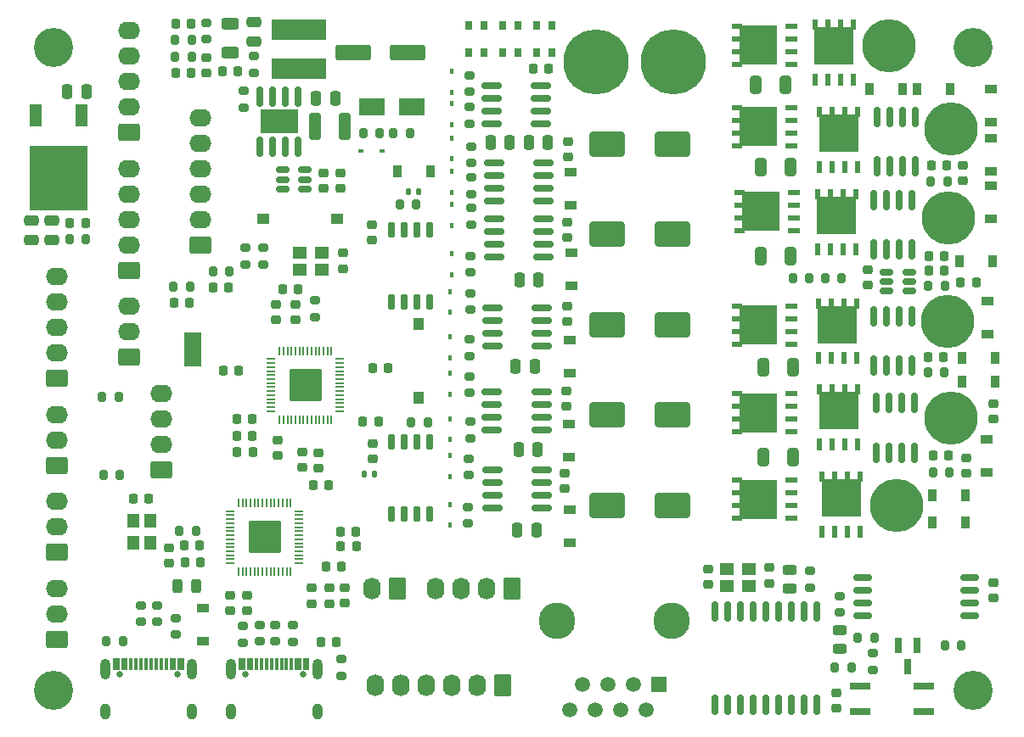
<source format=gts>
G04 #@! TF.GenerationSoftware,KiCad,Pcbnew,6.0.2+dfsg-1*
G04 #@! TF.CreationDate,2022-11-23T20:39:40-08:00*
G04 #@! TF.ProjectId,RP2040_motor,52503230-3430-45f6-9d6f-746f722e6b69,REV1*
G04 #@! TF.SameCoordinates,Original*
G04 #@! TF.FileFunction,Soldermask,Top*
G04 #@! TF.FilePolarity,Negative*
%FSLAX46Y46*%
G04 Gerber Fmt 4.6, Leading zero omitted, Abs format (unit mm)*
G04 Created by KiCad (PCBNEW 6.0.2+dfsg-1) date 2022-11-23 20:39:40*
%MOMM*%
%LPD*%
G01*
G04 APERTURE LIST*
G04 Aperture macros list*
%AMRoundRect*
0 Rectangle with rounded corners*
0 $1 Rounding radius*
0 $2 $3 $4 $5 $6 $7 $8 $9 X,Y pos of 4 corners*
0 Add a 4 corners polygon primitive as box body*
4,1,4,$2,$3,$4,$5,$6,$7,$8,$9,$2,$3,0*
0 Add four circle primitives for the rounded corners*
1,1,$1+$1,$2,$3*
1,1,$1+$1,$4,$5*
1,1,$1+$1,$6,$7*
1,1,$1+$1,$8,$9*
0 Add four rect primitives between the rounded corners*
20,1,$1+$1,$2,$3,$4,$5,0*
20,1,$1+$1,$4,$5,$6,$7,0*
20,1,$1+$1,$6,$7,$8,$9,0*
20,1,$1+$1,$8,$9,$2,$3,0*%
G04 Aperture macros list end*
%ADD10RoundRect,0.225000X0.225000X0.250000X-0.225000X0.250000X-0.225000X-0.250000X0.225000X-0.250000X0*%
%ADD11RoundRect,0.225000X-0.250000X0.225000X-0.250000X-0.225000X0.250000X-0.225000X0.250000X0.225000X0*%
%ADD12RoundRect,0.225000X-0.225000X-0.250000X0.225000X-0.250000X0.225000X0.250000X-0.225000X0.250000X0*%
%ADD13RoundRect,0.135000X0.135000X0.185000X-0.135000X0.185000X-0.135000X-0.185000X0.135000X-0.185000X0*%
%ADD14RoundRect,0.150000X0.150000X-0.650000X0.150000X0.650000X-0.150000X0.650000X-0.150000X-0.650000X0*%
%ADD15RoundRect,0.200000X0.200000X0.275000X-0.200000X0.275000X-0.200000X-0.275000X0.200000X-0.275000X0*%
%ADD16RoundRect,0.225000X0.250000X-0.225000X0.250000X0.225000X-0.250000X0.225000X-0.250000X-0.225000X0*%
%ADD17RoundRect,0.200000X0.275000X-0.200000X0.275000X0.200000X-0.275000X0.200000X-0.275000X-0.200000X0*%
%ADD18RoundRect,0.050000X0.387500X0.050000X-0.387500X0.050000X-0.387500X-0.050000X0.387500X-0.050000X0*%
%ADD19RoundRect,0.050000X0.050000X0.387500X-0.050000X0.387500X-0.050000X-0.387500X0.050000X-0.387500X0*%
%ADD20RoundRect,0.144000X1.456000X1.456000X-1.456000X1.456000X-1.456000X-1.456000X1.456000X-1.456000X0*%
%ADD21RoundRect,0.243750X0.243750X0.456250X-0.243750X0.456250X-0.243750X-0.456250X0.243750X-0.456250X0*%
%ADD22RoundRect,0.250000X-0.250000X-0.475000X0.250000X-0.475000X0.250000X0.475000X-0.250000X0.475000X0*%
%ADD23RoundRect,0.200000X-0.200000X-0.275000X0.200000X-0.275000X0.200000X0.275000X-0.200000X0.275000X0*%
%ADD24RoundRect,0.150000X-0.150000X0.825000X-0.150000X-0.825000X0.150000X-0.825000X0.150000X0.825000X0*%
%ADD25R,3.810000X2.410000*%
%ADD26R,1.200000X0.900000*%
%ADD27RoundRect,0.250000X1.500000X1.000000X-1.500000X1.000000X-1.500000X-1.000000X1.500000X-1.000000X0*%
%ADD28RoundRect,0.200000X-0.275000X0.200000X-0.275000X-0.200000X0.275000X-0.200000X0.275000X0.200000X0*%
%ADD29RoundRect,0.250000X-1.500000X-0.550000X1.500000X-0.550000X1.500000X0.550000X-1.500000X0.550000X0*%
%ADD30R,1.200000X1.000000*%
%ADD31RoundRect,0.250000X-0.325000X-0.650000X0.325000X-0.650000X0.325000X0.650000X-0.325000X0.650000X0*%
%ADD32R,0.610000X1.270000*%
%ADD33R,0.610000X1.020000*%
%ADD34R,3.910000X3.810000*%
%ADD35RoundRect,0.050000X-0.050000X0.387500X-0.050000X-0.387500X0.050000X-0.387500X0.050000X0.387500X0*%
%ADD36RoundRect,0.050000X-0.387500X0.050000X-0.387500X-0.050000X0.387500X-0.050000X0.387500X0.050000X0*%
%ADD37RoundRect,0.144000X-1.456000X1.456000X-1.456000X-1.456000X1.456000X-1.456000X1.456000X1.456000X0*%
%ADD38C,3.900000*%
%ADD39R,0.900000X1.200000*%
%ADD40RoundRect,0.250000X-0.475000X0.250000X-0.475000X-0.250000X0.475000X-0.250000X0.475000X0.250000X0*%
%ADD41RoundRect,0.250000X0.845000X-0.620000X0.845000X0.620000X-0.845000X0.620000X-0.845000X-0.620000X0*%
%ADD42O,2.190000X1.740000*%
%ADD43R,2.500000X1.800000*%
%ADD44RoundRect,0.243750X-0.456250X0.243750X-0.456250X-0.243750X0.456250X-0.243750X0.456250X0.243750X0*%
%ADD45C,5.300000*%
%ADD46RoundRect,0.150000X0.825000X0.150000X-0.825000X0.150000X-0.825000X-0.150000X0.825000X-0.150000X0*%
%ADD47C,6.500000*%
%ADD48RoundRect,0.250000X0.325000X1.100000X-0.325000X1.100000X-0.325000X-1.100000X0.325000X-1.100000X0*%
%ADD49R,0.450000X0.600000*%
%ADD50R,5.500000X2.150000*%
%ADD51RoundRect,0.250000X0.620000X0.845000X-0.620000X0.845000X-0.620000X-0.845000X0.620000X-0.845000X0*%
%ADD52O,1.740000X2.190000*%
%ADD53R,1.270000X0.610000*%
%ADD54R,1.020000X0.610000*%
%ADD55R,3.810000X3.910000*%
%ADD56C,3.650000*%
%ADD57R,1.500000X1.500000*%
%ADD58C,1.500000*%
%ADD59R,0.750000X0.900000*%
%ADD60RoundRect,0.250000X0.250000X0.475000X-0.250000X0.475000X-0.250000X-0.475000X0.250000X-0.475000X0*%
%ADD61RoundRect,0.150000X-0.750000X-0.150000X0.750000X-0.150000X0.750000X0.150000X-0.750000X0.150000X0*%
%ADD62R,1.200000X1.400000*%
%ADD63R,2.000000X0.640000*%
%ADD64RoundRect,0.150000X-0.512500X-0.150000X0.512500X-0.150000X0.512500X0.150000X-0.512500X0.150000X0*%
%ADD65R,1.400000X1.200000*%
%ADD66C,0.650000*%
%ADD67R,0.300000X1.150000*%
%ADD68O,1.000000X1.600000*%
%ADD69O,1.000000X2.100000*%
%ADD70R,1.780000X3.430000*%
%ADD71RoundRect,0.150000X-0.150000X0.875000X-0.150000X-0.875000X0.150000X-0.875000X0.150000X0.875000X0*%
%ADD72RoundRect,0.070000X-0.300000X0.650000X-0.300000X-0.650000X0.300000X-0.650000X0.300000X0.650000X0*%
%ADD73R,1.000000X1.200000*%
%ADD74R,0.600000X0.450000*%
%ADD75RoundRect,0.218750X-0.218750X-0.256250X0.218750X-0.256250X0.218750X0.256250X-0.218750X0.256250X0*%
%ADD76RoundRect,0.150000X0.512500X0.150000X-0.512500X0.150000X-0.512500X-0.150000X0.512500X-0.150000X0*%
%ADD77RoundRect,0.250000X0.625000X-0.312500X0.625000X0.312500X-0.625000X0.312500X-0.625000X-0.312500X0*%
%ADD78RoundRect,0.150000X-0.150000X0.650000X-0.150000X-0.650000X0.150000X-0.650000X0.150000X0.650000X0*%
%ADD79R,1.200000X2.200000*%
%ADD80R,5.800000X6.400000*%
G04 APERTURE END LIST*
D10*
X86140000Y-111890000D03*
X84590000Y-111890000D03*
D11*
X88590000Y-110760000D03*
X88590000Y-112310000D03*
D12*
X98100000Y-103550000D03*
X99650000Y-103550000D03*
D11*
X98030000Y-89230000D03*
X98030000Y-90780000D03*
D13*
X102645000Y-85910000D03*
X101625000Y-85910000D03*
D14*
X99970000Y-96940000D03*
X101240000Y-96940000D03*
X102510000Y-96940000D03*
X103780000Y-96940000D03*
X103780000Y-89740000D03*
X102510000Y-89740000D03*
X101240000Y-89740000D03*
X99970000Y-89740000D03*
D10*
X90680000Y-95650000D03*
X89130000Y-95650000D03*
D15*
X102440000Y-87190000D03*
X100790000Y-87190000D03*
D11*
X91040000Y-111910000D03*
X91040000Y-113460000D03*
D10*
X84730000Y-103800000D03*
X83180000Y-103800000D03*
D16*
X90359000Y-98740000D03*
X90359000Y-97190000D03*
D17*
X76612000Y-128872000D03*
X76612000Y-127222000D03*
D16*
X88440000Y-98740000D03*
X88440000Y-97190000D03*
D12*
X97100000Y-108900000D03*
X98650000Y-108900000D03*
D10*
X86080000Y-110300000D03*
X84530000Y-110300000D03*
D18*
X94827500Y-107850000D03*
X94827500Y-107450000D03*
X94827500Y-107050000D03*
X94827500Y-106650000D03*
X94827500Y-106250000D03*
X94827500Y-105850000D03*
X94827500Y-105450000D03*
X94827500Y-105050000D03*
X94827500Y-104650000D03*
X94827500Y-104250000D03*
X94827500Y-103850000D03*
X94827500Y-103450000D03*
X94827500Y-103050000D03*
X94827500Y-102650000D03*
D19*
X93990000Y-101812500D03*
X93590000Y-101812500D03*
X93190000Y-101812500D03*
X92790000Y-101812500D03*
X92390000Y-101812500D03*
X91990000Y-101812500D03*
X91590000Y-101812500D03*
X91190000Y-101812500D03*
X90790000Y-101812500D03*
X90390000Y-101812500D03*
X89990000Y-101812500D03*
X89590000Y-101812500D03*
X89190000Y-101812500D03*
X88790000Y-101812500D03*
D18*
X87952500Y-102650000D03*
X87952500Y-103050000D03*
X87952500Y-103450000D03*
X87952500Y-103850000D03*
X87952500Y-104250000D03*
X87952500Y-104650000D03*
X87952500Y-105050000D03*
X87952500Y-105450000D03*
X87952500Y-105850000D03*
X87952500Y-106250000D03*
X87952500Y-106650000D03*
X87952500Y-107050000D03*
X87952500Y-107450000D03*
X87952500Y-107850000D03*
D19*
X88790000Y-108687500D03*
X89190000Y-108687500D03*
X89590000Y-108687500D03*
X89990000Y-108687500D03*
X90390000Y-108687500D03*
X90790000Y-108687500D03*
X91190000Y-108687500D03*
X91590000Y-108687500D03*
X91990000Y-108687500D03*
X92390000Y-108687500D03*
X92790000Y-108687500D03*
X93190000Y-108687500D03*
X93590000Y-108687500D03*
X93990000Y-108687500D03*
D20*
X91390000Y-105250000D03*
D16*
X95150000Y-93600000D03*
X95150000Y-92050000D03*
D17*
X75012000Y-128872000D03*
X75012000Y-127222000D03*
D11*
X92640000Y-112010000D03*
X92640000Y-113560000D03*
D10*
X86080000Y-108650000D03*
X84530000Y-108650000D03*
D17*
X92340000Y-98460000D03*
X92340000Y-96810000D03*
D21*
X80509500Y-125331000D03*
X78634500Y-125331000D03*
D12*
X114065900Y-73680000D03*
X115615900Y-73680000D03*
D22*
X112340900Y-103380000D03*
X114240900Y-103380000D03*
D23*
X146475000Y-130470000D03*
X148125000Y-130470000D03*
D15*
X156775000Y-131200000D03*
X155125000Y-131200000D03*
D11*
X95336000Y-125489000D03*
X95336000Y-127039000D03*
D24*
X90655000Y-76475000D03*
X89385000Y-76475000D03*
X88115000Y-76475000D03*
X86845000Y-76475000D03*
X86845000Y-81425000D03*
X88115000Y-81425000D03*
X89385000Y-81425000D03*
X90655000Y-81425000D03*
D25*
X88750000Y-78950000D03*
D26*
X117750000Y-104050000D03*
X117750000Y-100750000D03*
D27*
X127960000Y-117250000D03*
X121460000Y-117250000D03*
D28*
X107700000Y-112600000D03*
X107700000Y-114250000D03*
D29*
X96165000Y-72020000D03*
X101565000Y-72020000D03*
D23*
X153945000Y-114000000D03*
X155595000Y-114000000D03*
D15*
X144875000Y-94600000D03*
X143225000Y-94600000D03*
D30*
X87150000Y-88650000D03*
X94550000Y-88650000D03*
D10*
X155075000Y-93850000D03*
X153525000Y-93850000D03*
D26*
X81164000Y-127480000D03*
X81164000Y-130780000D03*
D31*
X136275000Y-75250000D03*
X139225000Y-75250000D03*
D32*
X144165000Y-119870000D03*
X142895000Y-119870000D03*
X145435000Y-119870000D03*
X146705000Y-119870000D03*
D33*
X145435000Y-114405000D03*
X144165000Y-114405000D03*
D34*
X144800000Y-116510000D03*
D33*
X142895000Y-114405000D03*
X146705000Y-114405000D03*
D24*
X152185000Y-78445000D03*
X150915000Y-78445000D03*
X149645000Y-78445000D03*
X148375000Y-78445000D03*
X148375000Y-83395000D03*
X149645000Y-83395000D03*
X150915000Y-83395000D03*
X152185000Y-83395000D03*
D10*
X79799000Y-97058000D03*
X78249000Y-97058000D03*
D35*
X89906000Y-116996500D03*
X89506000Y-116996500D03*
X89106000Y-116996500D03*
X88706000Y-116996500D03*
X88306000Y-116996500D03*
X87906000Y-116996500D03*
X87506000Y-116996500D03*
X87106000Y-116996500D03*
X86706000Y-116996500D03*
X86306000Y-116996500D03*
X85906000Y-116996500D03*
X85506000Y-116996500D03*
X85106000Y-116996500D03*
X84706000Y-116996500D03*
D36*
X83868500Y-117834000D03*
X83868500Y-118234000D03*
X83868500Y-118634000D03*
X83868500Y-119034000D03*
X83868500Y-119434000D03*
X83868500Y-119834000D03*
X83868500Y-120234000D03*
X83868500Y-120634000D03*
X83868500Y-121034000D03*
X83868500Y-121434000D03*
X83868500Y-121834000D03*
X83868500Y-122234000D03*
X83868500Y-122634000D03*
X83868500Y-123034000D03*
D35*
X84706000Y-123871500D03*
X85106000Y-123871500D03*
X85506000Y-123871500D03*
X85906000Y-123871500D03*
X86306000Y-123871500D03*
X86706000Y-123871500D03*
X87106000Y-123871500D03*
X87506000Y-123871500D03*
X87906000Y-123871500D03*
X88306000Y-123871500D03*
X88706000Y-123871500D03*
X89106000Y-123871500D03*
X89506000Y-123871500D03*
X89906000Y-123871500D03*
D36*
X90743500Y-123034000D03*
X90743500Y-122634000D03*
X90743500Y-122234000D03*
X90743500Y-121834000D03*
X90743500Y-121434000D03*
X90743500Y-121034000D03*
X90743500Y-120634000D03*
X90743500Y-120234000D03*
X90743500Y-119834000D03*
X90743500Y-119434000D03*
X90743500Y-119034000D03*
X90743500Y-118634000D03*
X90743500Y-118234000D03*
X90743500Y-117834000D03*
D37*
X87306000Y-120434000D03*
D15*
X80025000Y-70800000D03*
X78375000Y-70800000D03*
D38*
X66300000Y-71550000D03*
D11*
X117570000Y-80925900D03*
X117570000Y-82475900D03*
D39*
X150900000Y-75700000D03*
X147600000Y-75700000D03*
D40*
X64086000Y-88850000D03*
X64086000Y-90750000D03*
D15*
X80025000Y-72490000D03*
X78375000Y-72490000D03*
D23*
X71549000Y-130794000D03*
X73199000Y-130794000D03*
D32*
X143465000Y-74749500D03*
X142195000Y-74749500D03*
X144735000Y-74749500D03*
X146005000Y-74749500D03*
D33*
X144735000Y-69284500D03*
X142195000Y-69284500D03*
X146005000Y-69284500D03*
X143465000Y-69284500D03*
D34*
X144100000Y-71389500D03*
D41*
X73800000Y-102450000D03*
D42*
X73800000Y-99910000D03*
X73800000Y-97370000D03*
D28*
X107869000Y-96090000D03*
X107869000Y-97740000D03*
X107779000Y-77510000D03*
X107779000Y-79160000D03*
D26*
X159325000Y-113969000D03*
X159325000Y-110669000D03*
D17*
X78446000Y-130139000D03*
X78446000Y-128489000D03*
D43*
X97995000Y-77500000D03*
X101995000Y-77500000D03*
D22*
X112730900Y-94700000D03*
X114630900Y-94700000D03*
D44*
X144685000Y-129727500D03*
X144685000Y-131602500D03*
D45*
X149550000Y-71350000D03*
D46*
X114934100Y-109755000D03*
X114934100Y-108485000D03*
X114934100Y-107215000D03*
X114934100Y-105945000D03*
X109984100Y-105945000D03*
X109984100Y-107215000D03*
X109984100Y-108485000D03*
X109984100Y-109755000D03*
D28*
X85174000Y-129292000D03*
X85174000Y-130942000D03*
D47*
X120350000Y-73000000D03*
D27*
X127960000Y-81220000D03*
X121460000Y-81220000D03*
D40*
X86210000Y-69045000D03*
X86210000Y-70945000D03*
D28*
X107779000Y-100690000D03*
X107779000Y-102340000D03*
D48*
X95325000Y-79400000D03*
X92375000Y-79400000D03*
D17*
X85388000Y-93215000D03*
X85388000Y-91565000D03*
D49*
X106010000Y-87245000D03*
X106010000Y-89345000D03*
D26*
X117750000Y-120950000D03*
X117750000Y-117650000D03*
D32*
X142645000Y-83440000D03*
X145185000Y-83440000D03*
X143915000Y-83440000D03*
X146455000Y-83440000D03*
D34*
X144550000Y-80080000D03*
D33*
X143915000Y-77975000D03*
X142645000Y-77975000D03*
X146455000Y-77975000D03*
X145185000Y-77975000D03*
D45*
X155450000Y-98850000D03*
D50*
X90705000Y-73645000D03*
X90705000Y-69795000D03*
D41*
X77050000Y-113710000D03*
D42*
X77050000Y-111170000D03*
X77050000Y-108630000D03*
X77050000Y-106090000D03*
D51*
X111972000Y-125550000D03*
D52*
X109432000Y-125550000D03*
X106892000Y-125550000D03*
X104352000Y-125550000D03*
D16*
X131553000Y-125167000D03*
X131553000Y-123617000D03*
D17*
X85230000Y-77520000D03*
X85230000Y-75870000D03*
D51*
X111032000Y-135252000D03*
D52*
X108492000Y-135252000D03*
X105952000Y-135252000D03*
X103412000Y-135252000D03*
X100872000Y-135252000D03*
X98332000Y-135252000D03*
D12*
X153975000Y-112250000D03*
X155525000Y-112250000D03*
D49*
X106010000Y-73920000D03*
X106010000Y-76020000D03*
D23*
X153435000Y-104000000D03*
X155085000Y-104000000D03*
D10*
X80851000Y-121274000D03*
X79301000Y-121274000D03*
D23*
X153485000Y-95340000D03*
X155135000Y-95340000D03*
D28*
X144700000Y-126290000D03*
X144700000Y-127940000D03*
D39*
X103870000Y-83900000D03*
X100570000Y-83900000D03*
D53*
X139880000Y-78785000D03*
X139880000Y-80055000D03*
X139880000Y-81325000D03*
X139880000Y-77515000D03*
D54*
X134415000Y-80055000D03*
X134415000Y-78785000D03*
D55*
X136520000Y-79420000D03*
D54*
X134415000Y-81325000D03*
X134415000Y-77515000D03*
D17*
X90134000Y-130872000D03*
X90134000Y-129222000D03*
D53*
X140130000Y-87265000D03*
X140130000Y-89805000D03*
X140130000Y-88535000D03*
X140130000Y-85995000D03*
D55*
X136770000Y-87900000D03*
D54*
X134665000Y-88535000D03*
X134665000Y-89805000D03*
X134665000Y-85995000D03*
X134665000Y-87265000D03*
D46*
X114884100Y-79125000D03*
X114884100Y-77855000D03*
X114884100Y-76585000D03*
X114884100Y-75315000D03*
X109934100Y-75315000D03*
X109934100Y-76585000D03*
X109934100Y-77855000D03*
X109934100Y-79125000D03*
D28*
X107769000Y-74310000D03*
X107769000Y-75960000D03*
D11*
X77766000Y-121509000D03*
X77766000Y-123059000D03*
D56*
X116472000Y-128782000D03*
X127902000Y-128782000D03*
D57*
X126632000Y-135132000D03*
D58*
X125362000Y-137672000D03*
X124092000Y-135132000D03*
X122822000Y-137672000D03*
X121552000Y-135132000D03*
X120282000Y-137672000D03*
X119012000Y-135132000D03*
X117742000Y-137672000D03*
D59*
X114450000Y-72050000D03*
X115950000Y-72050000D03*
X115950000Y-69350000D03*
X114450000Y-69350000D03*
D28*
X107919000Y-81415000D03*
X107919000Y-83065000D03*
D22*
X67654000Y-75951000D03*
X69554000Y-75951000D03*
D32*
X144985000Y-91670000D03*
X143715000Y-91670000D03*
X142445000Y-91670000D03*
X146255000Y-91670000D03*
D33*
X144985000Y-86205000D03*
X142445000Y-86205000D03*
X143715000Y-86205000D03*
X146255000Y-86205000D03*
D34*
X144350000Y-88310000D03*
D10*
X83739000Y-95508000D03*
X82189000Y-95508000D03*
D60*
X111759100Y-81000000D03*
X109859100Y-81000000D03*
D11*
X93200000Y-84075000D03*
X93200000Y-85625000D03*
D46*
X115144100Y-92495000D03*
X115144100Y-91225000D03*
X115144100Y-89955000D03*
X115144100Y-88685000D03*
X110194100Y-88685000D03*
X110194100Y-89955000D03*
X110194100Y-91225000D03*
X110194100Y-92495000D03*
D23*
X153725000Y-84910000D03*
X155375000Y-84910000D03*
D12*
X67905000Y-89102000D03*
X69455000Y-89102000D03*
X153525000Y-92350000D03*
X155075000Y-92350000D03*
D10*
X158275000Y-95000000D03*
X156725000Y-95000000D03*
D61*
X146985000Y-124495000D03*
X146985000Y-125765000D03*
X146985000Y-127035000D03*
X146985000Y-128305000D03*
X157635000Y-128305000D03*
X157635000Y-127035000D03*
X157635000Y-125765000D03*
X157635000Y-124495000D03*
D41*
X66600000Y-121940000D03*
D42*
X66600000Y-119400000D03*
X66600000Y-116860000D03*
D46*
X114944100Y-117525000D03*
X114944100Y-116255000D03*
X114944100Y-114985000D03*
X114944100Y-113715000D03*
X109994100Y-113715000D03*
X109994100Y-114985000D03*
X109994100Y-116255000D03*
X109994100Y-117525000D03*
D23*
X100137000Y-80100000D03*
X101787000Y-80100000D03*
D41*
X73800000Y-80050000D03*
D42*
X73800000Y-77510000D03*
X73800000Y-74970000D03*
X73800000Y-72430000D03*
X73800000Y-69890000D03*
D31*
X136825000Y-83450000D03*
X139775000Y-83450000D03*
D46*
X115134100Y-86875000D03*
X115134100Y-85605000D03*
X115134100Y-84335000D03*
X115134100Y-83065000D03*
X110184100Y-83065000D03*
X110184100Y-84335000D03*
X110184100Y-85605000D03*
X110184100Y-86875000D03*
D28*
X107821000Y-108905000D03*
X107821000Y-110555000D03*
D49*
X106010000Y-83920000D03*
X106010000Y-86020000D03*
D40*
X66100000Y-88850000D03*
X66100000Y-90750000D03*
D23*
X97133900Y-80100000D03*
X98783900Y-80100000D03*
D62*
X75906000Y-121004000D03*
X75906000Y-118804000D03*
X74206000Y-118804000D03*
X74206000Y-121004000D03*
D63*
X153020000Y-137850000D03*
X153020000Y-135310000D03*
X146720000Y-135310000D03*
X146720000Y-137850000D03*
D32*
X143915000Y-111170000D03*
X145185000Y-111170000D03*
X142645000Y-111170000D03*
X146455000Y-111170000D03*
D33*
X145185000Y-105705000D03*
X146455000Y-105705000D03*
X142645000Y-105705000D03*
D34*
X144550000Y-107810000D03*
D33*
X143915000Y-105705000D03*
D27*
X127960000Y-108200000D03*
X121460000Y-108200000D03*
D39*
X156879000Y-104865000D03*
X160179000Y-104865000D03*
X160140000Y-102525000D03*
X156840000Y-102525000D03*
D31*
X137025000Y-112400000D03*
X139975000Y-112400000D03*
D28*
X107719000Y-104395000D03*
X107719000Y-106045000D03*
D22*
X112640900Y-111680000D03*
X114540900Y-111680000D03*
D11*
X93786000Y-125499000D03*
X93786000Y-127049000D03*
D28*
X107900000Y-87570000D03*
X107900000Y-89220000D03*
D41*
X66600000Y-104600000D03*
D42*
X66600000Y-102060000D03*
X66600000Y-99520000D03*
X66600000Y-96980000D03*
X66600000Y-94440000D03*
D53*
X139880000Y-73225000D03*
X139880000Y-70685000D03*
X139880000Y-71955000D03*
X139880000Y-69415000D03*
D54*
X134415000Y-71955000D03*
D55*
X136520000Y-71320000D03*
D54*
X134415000Y-73225000D03*
X134415000Y-70685000D03*
X134415000Y-69415000D03*
D49*
X106010000Y-92120000D03*
X106010000Y-94220000D03*
D11*
X85526000Y-126225000D03*
X85526000Y-127775000D03*
D49*
X106010000Y-80570000D03*
X106010000Y-82670000D03*
X105810000Y-95900000D03*
X105810000Y-98000000D03*
D26*
X159695000Y-83869000D03*
X159695000Y-80569000D03*
D44*
X139685000Y-123717500D03*
X139685000Y-125592500D03*
D15*
X72875000Y-114190000D03*
X71225000Y-114190000D03*
X103569000Y-108978000D03*
X101919000Y-108978000D03*
D46*
X114984100Y-101305000D03*
X114984100Y-100035000D03*
X114984100Y-98765000D03*
X114984100Y-97495000D03*
X110034100Y-97495000D03*
X110034100Y-98765000D03*
X110034100Y-100035000D03*
X110034100Y-101305000D03*
D64*
X149300800Y-93974000D03*
X149300800Y-94924000D03*
X149300800Y-95874000D03*
X151575800Y-95874000D03*
X151575800Y-94924000D03*
X151575800Y-93974000D03*
D17*
X88382000Y-130825000D03*
X88382000Y-129175000D03*
D53*
X139880000Y-108635000D03*
X139880000Y-109905000D03*
X139880000Y-107365000D03*
X139880000Y-106095000D03*
D54*
X134415000Y-108635000D03*
X134415000Y-106095000D03*
D55*
X136520000Y-108000000D03*
D54*
X134415000Y-107365000D03*
X134415000Y-109905000D03*
D65*
X90850000Y-93750000D03*
X93050000Y-93750000D03*
X93050000Y-92050000D03*
X90850000Y-92050000D03*
D12*
X92171000Y-115222000D03*
X93721000Y-115222000D03*
D41*
X80932000Y-91236000D03*
D42*
X80932000Y-88696000D03*
X80932000Y-86156000D03*
X80932000Y-83616000D03*
X80932000Y-81076000D03*
X80932000Y-78536000D03*
D16*
X159990000Y-108655000D03*
X159990000Y-107105000D03*
D28*
X107600000Y-117400000D03*
X107600000Y-119050000D03*
D27*
X127960000Y-99200000D03*
X121460000Y-99200000D03*
D66*
X91140000Y-134145000D03*
X85360000Y-134145000D03*
D67*
X84900000Y-133080000D03*
X85700000Y-133080000D03*
X87000000Y-133080000D03*
X88000000Y-133080000D03*
X88500000Y-133080000D03*
X89500000Y-133080000D03*
X90800000Y-133080000D03*
X91600000Y-133080000D03*
X91300000Y-133080000D03*
X90500000Y-133080000D03*
X90000000Y-133080000D03*
X89000000Y-133080000D03*
X87500000Y-133080000D03*
X86500000Y-133080000D03*
X86000000Y-133080000D03*
X85200000Y-133080000D03*
D68*
X92570000Y-137825000D03*
D69*
X92570000Y-133645000D03*
D68*
X83930000Y-137825000D03*
D69*
X83930000Y-133645000D03*
D49*
X106010000Y-77170000D03*
X106010000Y-79270000D03*
D70*
X80150000Y-101700000D03*
D24*
X151885000Y-98345000D03*
X150615000Y-98345000D03*
X149345000Y-98345000D03*
X148075000Y-98345000D03*
X148075000Y-103295000D03*
X149345000Y-103295000D03*
X150615000Y-103295000D03*
X151885000Y-103295000D03*
D15*
X79885000Y-95450000D03*
X78235000Y-95450000D03*
D51*
X100527000Y-125550000D03*
D52*
X97987000Y-125550000D03*
D38*
X157950000Y-71550000D03*
D41*
X73800000Y-93800000D03*
D42*
X73800000Y-91260000D03*
X73800000Y-88720000D03*
X73800000Y-86180000D03*
X73800000Y-83640000D03*
D24*
X151885000Y-86745000D03*
X150615000Y-86745000D03*
X149345000Y-86745000D03*
X148075000Y-86745000D03*
X148075000Y-91695000D03*
X149345000Y-91695000D03*
X150615000Y-91695000D03*
X151885000Y-91695000D03*
D59*
X111050000Y-72050000D03*
X112550000Y-72050000D03*
X112550000Y-69350000D03*
X111050000Y-69350000D03*
D16*
X160000000Y-126525000D03*
X160000000Y-124975000D03*
D28*
X107800000Y-92370000D03*
X107800000Y-94020000D03*
D71*
X142366000Y-127835000D03*
X141096000Y-127835000D03*
X139826000Y-127835000D03*
X138556000Y-127835000D03*
X137286000Y-127835000D03*
X136016000Y-127835000D03*
X134746000Y-127835000D03*
X133476000Y-127835000D03*
X132206000Y-127835000D03*
X132206000Y-137135000D03*
X133476000Y-137135000D03*
X134746000Y-137135000D03*
X136016000Y-137135000D03*
X137286000Y-137135000D03*
X138556000Y-137135000D03*
X139826000Y-137135000D03*
X141096000Y-137135000D03*
X142366000Y-137135000D03*
D38*
X66300000Y-135700000D03*
D26*
X117850000Y-87320000D03*
X117850000Y-84020000D03*
D53*
X139880000Y-116015000D03*
X139880000Y-118555000D03*
X139880000Y-117285000D03*
X139880000Y-114745000D03*
D54*
X134415000Y-114745000D03*
X134415000Y-117285000D03*
X134415000Y-118555000D03*
X134415000Y-116015000D03*
D55*
X136520000Y-116650000D03*
D72*
X152395000Y-131270000D03*
X150495000Y-131270000D03*
X151445000Y-133370000D03*
D26*
X159695000Y-85360000D03*
X159695000Y-88660000D03*
D17*
X94989000Y-134243000D03*
X94989000Y-132593000D03*
D39*
X157219000Y-118915000D03*
X153919000Y-118915000D03*
D11*
X83894000Y-126225000D03*
X83894000Y-127775000D03*
D31*
X137025000Y-103450000D03*
X139975000Y-103450000D03*
D11*
X117270000Y-114005900D03*
X117270000Y-115555900D03*
D45*
X155500000Y-88600000D03*
D11*
X157240000Y-112485000D03*
X157240000Y-114035000D03*
X117470000Y-88975900D03*
X117470000Y-90525900D03*
D73*
X102643000Y-99149000D03*
X102643000Y-106549000D03*
D17*
X86822000Y-130825000D03*
X86822000Y-129175000D03*
D39*
X155640000Y-75700000D03*
X152340000Y-75700000D03*
D12*
X153475000Y-102460000D03*
X155025000Y-102460000D03*
D11*
X137627000Y-123463000D03*
X137627000Y-125013000D03*
D26*
X159695000Y-78979000D03*
X159695000Y-75679000D03*
X159400000Y-96860000D03*
X159400000Y-100160000D03*
D74*
X99050000Y-81900000D03*
X96950000Y-81900000D03*
D16*
X94860000Y-85625000D03*
X94860000Y-84075000D03*
D49*
X105810000Y-112275000D03*
X105810000Y-114375000D03*
D39*
X153921000Y-116285000D03*
X157221000Y-116285000D03*
D11*
X92026000Y-125499000D03*
X92026000Y-127049000D03*
D75*
X92897500Y-130855000D03*
X94472500Y-130855000D03*
D32*
X142545000Y-102560500D03*
X145085000Y-102560500D03*
X143815000Y-102560500D03*
X146355000Y-102560500D03*
D33*
X142545000Y-97095500D03*
X145085000Y-97095500D03*
D34*
X144450000Y-99200500D03*
D33*
X146355000Y-97095500D03*
X143815000Y-97095500D03*
D53*
X139880000Y-99885000D03*
X139880000Y-101155000D03*
X139880000Y-98615000D03*
X139880000Y-97345000D03*
D54*
X134415000Y-101155000D03*
D55*
X136520000Y-99250000D03*
D54*
X134415000Y-97345000D03*
X134415000Y-99885000D03*
X134415000Y-98615000D03*
D13*
X98236000Y-114102000D03*
X97216000Y-114102000D03*
D12*
X94891000Y-119864000D03*
X96441000Y-119864000D03*
D41*
X66600000Y-113300000D03*
D42*
X66600000Y-110760000D03*
X66600000Y-108220000D03*
D28*
X81500000Y-69075000D03*
X81500000Y-70725000D03*
D17*
X141710000Y-125450000D03*
X141710000Y-123800000D03*
D10*
X79975000Y-74088000D03*
X78425000Y-74088000D03*
D59*
X107650000Y-72050000D03*
X109150000Y-72050000D03*
X109150000Y-69350000D03*
X107650000Y-69350000D03*
D24*
X152135000Y-107045000D03*
X150865000Y-107045000D03*
X149595000Y-107045000D03*
X148325000Y-107045000D03*
X148325000Y-111995000D03*
X149595000Y-111995000D03*
X150865000Y-111995000D03*
X152135000Y-111995000D03*
D76*
X91365800Y-85674000D03*
X91365800Y-84724000D03*
X91365800Y-83774000D03*
X89090800Y-83774000D03*
X89090800Y-84724000D03*
X89090800Y-85674000D03*
D16*
X98062000Y-112629000D03*
X98062000Y-111079000D03*
D11*
X156960000Y-83325000D03*
X156960000Y-84875000D03*
D15*
X72775000Y-106460000D03*
X71125000Y-106460000D03*
D12*
X94901000Y-121354000D03*
X96451000Y-121354000D03*
D45*
X150350000Y-117300000D03*
D49*
X105810000Y-104050000D03*
X105810000Y-106150000D03*
X105810000Y-100450000D03*
X105810000Y-102550000D03*
D45*
X155750000Y-79700000D03*
D28*
X107921000Y-84525000D03*
X107921000Y-86175000D03*
D38*
X157950000Y-135700000D03*
D22*
X112530900Y-119730000D03*
X114430900Y-119730000D03*
D65*
X133426000Y-125329000D03*
X135626000Y-125329000D03*
X135626000Y-123629000D03*
X133426000Y-123629000D03*
D26*
X117650000Y-112400000D03*
X117650000Y-109100000D03*
D15*
X83825000Y-93900000D03*
X82175000Y-93900000D03*
D11*
X117370000Y-105805900D03*
X117370000Y-107355900D03*
D45*
X155750000Y-108550000D03*
D23*
X67855000Y-90690000D03*
X69505000Y-90690000D03*
D27*
X127960000Y-90170000D03*
X121460000Y-90170000D03*
D49*
X105810000Y-117150000D03*
X105810000Y-119250000D03*
D11*
X147490000Y-93735000D03*
X147490000Y-95285000D03*
D10*
X79975000Y-69137000D03*
X78425000Y-69137000D03*
D77*
X83880000Y-72067500D03*
X83880000Y-69142500D03*
D10*
X80941000Y-122974000D03*
X79391000Y-122974000D03*
D12*
X74181000Y-116584000D03*
X75731000Y-116584000D03*
X93451000Y-123374000D03*
X95001000Y-123374000D03*
X153775000Y-83350000D03*
X155325000Y-83350000D03*
D49*
X105810000Y-108600000D03*
X105810000Y-110700000D03*
D31*
X136775000Y-92350000D03*
X139725000Y-92350000D03*
D22*
X113640900Y-81050000D03*
X115540900Y-81050000D03*
D26*
X117950000Y-95370000D03*
X117950000Y-92070000D03*
D11*
X144340000Y-135975000D03*
X144340000Y-137525000D03*
D60*
X94355000Y-76620000D03*
X92455000Y-76620000D03*
D23*
X144190000Y-133410000D03*
X145840000Y-133410000D03*
D39*
X156571000Y-92855000D03*
X159871000Y-92855000D03*
D16*
X81502000Y-74075000D03*
X81502000Y-72525000D03*
D78*
X103792000Y-110932000D03*
X102522000Y-110932000D03*
X101252000Y-110932000D03*
X99982000Y-110932000D03*
X99982000Y-118132000D03*
X101252000Y-118132000D03*
X102522000Y-118132000D03*
X103792000Y-118132000D03*
D28*
X147970000Y-132035000D03*
X147970000Y-133685000D03*
D17*
X86230000Y-74060000D03*
X86230000Y-72410000D03*
D79*
X69075000Y-78308000D03*
D80*
X66795000Y-84608000D03*
D79*
X64515000Y-78308000D03*
D11*
X117520000Y-97345900D03*
X117520000Y-98895900D03*
D28*
X87188000Y-91565000D03*
X87188000Y-93215000D03*
D12*
X83085000Y-73890000D03*
X84635000Y-73890000D03*
D66*
X78640000Y-134145000D03*
X72860000Y-134145000D03*
D67*
X72400000Y-133080000D03*
X73200000Y-133080000D03*
X74500000Y-133080000D03*
X75500000Y-133080000D03*
X76000000Y-133080000D03*
X77000000Y-133080000D03*
X78300000Y-133080000D03*
X79100000Y-133080000D03*
X78800000Y-133080000D03*
X78000000Y-133080000D03*
X77500000Y-133080000D03*
X76500000Y-133080000D03*
X75000000Y-133080000D03*
X74000000Y-133080000D03*
X73500000Y-133080000D03*
X72700000Y-133080000D03*
D69*
X80070000Y-133645000D03*
X71430000Y-133645000D03*
D68*
X71430000Y-137825000D03*
X80070000Y-137825000D03*
D15*
X80461000Y-119774000D03*
X78811000Y-119774000D03*
D47*
X128100000Y-73000000D03*
D41*
X66600000Y-130600000D03*
D42*
X66600000Y-128060000D03*
X66600000Y-125520000D03*
D15*
X141635000Y-94610000D03*
X139985000Y-94610000D03*
M02*

</source>
